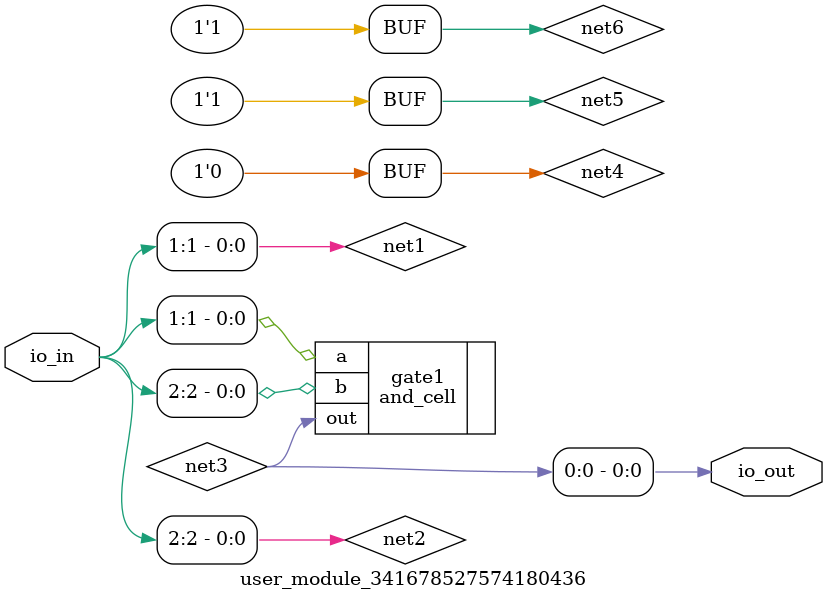
<source format=v>
/* Automatically generated from https://wokwi.com/projects/341678527574180436 */

`default_nettype none

module user_module_341678527574180436(
  input [7:0] io_in,
  output [7:0] io_out
);
  wire net1 = io_in[1];
  wire net2 = io_in[2];
  wire net3;
  wire net4 = 1'b0;
  wire net5 = 1'b1;
  wire net6 = 1'b1;

  assign io_out[0] = net3;

  and_cell gate1 (
    .a (net1),
    .b (net2),
    .out (net3)
  );
  xor_cell gate3 (

  );
  nand_cell gate4 (

  );
  not_cell gate5 (

  );
  buffer_cell gate6 (

  );
  mux_cell mux1 (

  );
  dff_cell flipflop1 (

  );
endmodule

</source>
